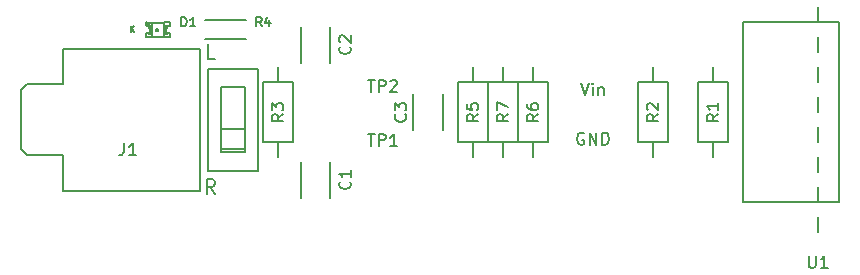
<source format=gto>
G04 #@! TF.FileFunction,Legend,Top*
%FSLAX46Y46*%
G04 Gerber Fmt 4.6, Leading zero omitted, Abs format (unit mm)*
G04 Created by KiCad (PCBNEW no-vcs-found-product) date Thu 23 Jul 2015 04:44:35 PM CDT*
%MOMM*%
G01*
G04 APERTURE LIST*
%ADD10C,0.127000*%
%ADD11C,0.150000*%
G04 APERTURE END LIST*
D10*
X136137952Y-106909810D02*
X136137952Y-106401810D01*
X136428238Y-106909810D02*
X136210524Y-106619524D01*
X136428238Y-106401810D02*
X136137952Y-106692095D01*
X143268096Y-109159524D02*
X142663334Y-109159524D01*
X142663334Y-107889524D01*
X143268095Y-120589524D02*
X142844762Y-119984762D01*
X142542381Y-120589524D02*
X142542381Y-119319524D01*
X143026190Y-119319524D01*
X143147143Y-119380000D01*
X143207619Y-119440476D01*
X143268095Y-119561429D01*
X143268095Y-119742857D01*
X143207619Y-119863810D01*
X143147143Y-119924286D01*
X143026190Y-119984762D01*
X142542381Y-119984762D01*
D11*
X150515000Y-120900000D02*
X150515000Y-117900000D01*
X153015000Y-117900000D02*
X153015000Y-120900000D01*
X150515000Y-109470000D02*
X150515000Y-106470000D01*
X153015000Y-106470000D02*
X153015000Y-109470000D01*
X162540000Y-112145000D02*
X162540000Y-115145000D01*
X160040000Y-115145000D02*
X160040000Y-112145000D01*
D10*
X127350000Y-111300000D02*
X126850000Y-111800000D01*
X126850000Y-111800000D02*
X126850000Y-116800000D01*
X126850000Y-116800000D02*
X127350000Y-117300000D01*
X133350000Y-120300000D02*
X141950000Y-120300000D01*
X141950000Y-120300000D02*
X141950000Y-108300000D01*
X141950000Y-108300000D02*
X133350000Y-108300000D01*
X133350000Y-120300000D02*
X130350000Y-120300000D01*
X130350000Y-120300000D02*
X130350000Y-117300000D01*
X130350000Y-117300000D02*
X127350000Y-117300000D01*
X133350000Y-108300000D02*
X130350000Y-108300000D01*
X130350000Y-108300000D02*
X130350000Y-111300000D01*
X130350000Y-111300000D02*
X127350000Y-111300000D01*
D11*
X184150000Y-116205000D02*
X184150000Y-111125000D01*
X184150000Y-111125000D02*
X186690000Y-111125000D01*
X186690000Y-111125000D02*
X186690000Y-116205000D01*
X186690000Y-116205000D02*
X184150000Y-116205000D01*
X185420000Y-116205000D02*
X185420000Y-117475000D01*
X185420000Y-111125000D02*
X185420000Y-109855000D01*
X181610000Y-111125000D02*
X181610000Y-116205000D01*
X181610000Y-116205000D02*
X179070000Y-116205000D01*
X179070000Y-116205000D02*
X179070000Y-111125000D01*
X179070000Y-111125000D02*
X181610000Y-111125000D01*
X180340000Y-111125000D02*
X180340000Y-109855000D01*
X180340000Y-116205000D02*
X180340000Y-117475000D01*
X149860000Y-111125000D02*
X149860000Y-116205000D01*
X149860000Y-116205000D02*
X147320000Y-116205000D01*
X147320000Y-116205000D02*
X147320000Y-111125000D01*
X147320000Y-111125000D02*
X149860000Y-111125000D01*
X148590000Y-111125000D02*
X148590000Y-109855000D01*
X148590000Y-116205000D02*
X148590000Y-117475000D01*
X163830000Y-116205000D02*
X163830000Y-111125000D01*
X163830000Y-111125000D02*
X166370000Y-111125000D01*
X166370000Y-111125000D02*
X166370000Y-116205000D01*
X166370000Y-116205000D02*
X163830000Y-116205000D01*
X165100000Y-116205000D02*
X165100000Y-117475000D01*
X165100000Y-111125000D02*
X165100000Y-109855000D01*
X168910000Y-116205000D02*
X168910000Y-111125000D01*
X168910000Y-111125000D02*
X171450000Y-111125000D01*
X171450000Y-111125000D02*
X171450000Y-116205000D01*
X171450000Y-116205000D02*
X168910000Y-116205000D01*
X170180000Y-116205000D02*
X170180000Y-117475000D01*
X170180000Y-111125000D02*
X170180000Y-109855000D01*
X168910000Y-111125000D02*
X168910000Y-116205000D01*
X168910000Y-116205000D02*
X166370000Y-116205000D01*
X166370000Y-116205000D02*
X166370000Y-111125000D01*
X166370000Y-111125000D02*
X168910000Y-111125000D01*
X167640000Y-111125000D02*
X167640000Y-109855000D01*
X167640000Y-116205000D02*
X167640000Y-117475000D01*
D10*
X145780000Y-116800000D02*
X143780000Y-116800000D01*
X145780000Y-115050000D02*
X143780000Y-115050000D01*
X145780000Y-111550000D02*
X145780000Y-117050000D01*
X145780000Y-117050000D02*
X143780000Y-117050000D01*
X143780000Y-117050000D02*
X143780000Y-111550000D01*
X143780000Y-111550000D02*
X145780000Y-111550000D01*
X146930000Y-110000000D02*
X146930000Y-118600000D01*
X146930000Y-118600000D02*
X142630000Y-118600000D01*
X142630000Y-118600000D02*
X142630000Y-110000000D01*
X142630000Y-110000000D02*
X146930000Y-110000000D01*
X187960000Y-106045000D02*
X196088000Y-106045000D01*
X196088000Y-106045000D02*
X196088000Y-121285000D01*
X196088000Y-121285000D02*
X187960000Y-121285000D01*
X187960000Y-121285000D02*
X187960000Y-106045000D01*
X194310000Y-122555000D02*
X194310000Y-123825000D01*
X194310000Y-120015000D02*
X194310000Y-121285000D01*
X194310000Y-117475000D02*
X194310000Y-118745000D01*
X194310000Y-114935000D02*
X194310000Y-116205000D01*
X194310000Y-112395000D02*
X194310000Y-113665000D01*
X194310000Y-109855000D02*
X194310000Y-111125000D01*
X194310000Y-107315000D02*
X194310000Y-108585000D01*
X194310000Y-104775000D02*
X194310000Y-106045000D01*
D11*
X137932160Y-106979720D02*
X137932160Y-107304840D01*
X137932160Y-107304840D02*
X137431780Y-107304840D01*
X137431780Y-106979720D02*
X137431780Y-107304840D01*
X137932160Y-106979720D02*
X137431780Y-106979720D01*
X137932160Y-106357420D02*
X137932160Y-106507280D01*
X137932160Y-106507280D02*
X137680700Y-106507280D01*
X137680700Y-106357420D02*
X137680700Y-106507280D01*
X137932160Y-106357420D02*
X137680700Y-106357420D01*
X137932160Y-106852720D02*
X137932160Y-107002580D01*
X137932160Y-107002580D02*
X137680700Y-107002580D01*
X137680700Y-106852720D02*
X137680700Y-107002580D01*
X137932160Y-106852720D02*
X137680700Y-106852720D01*
X137932160Y-106481880D02*
X137932160Y-106878120D01*
X137932160Y-106878120D02*
X137756900Y-106878120D01*
X137756900Y-106481880D02*
X137756900Y-106878120D01*
X137932160Y-106481880D02*
X137756900Y-106481880D01*
X139428220Y-106979720D02*
X139428220Y-107304840D01*
X139428220Y-107304840D02*
X138927840Y-107304840D01*
X138927840Y-106979720D02*
X138927840Y-107304840D01*
X139428220Y-106979720D02*
X138927840Y-106979720D01*
X139428220Y-106055160D02*
X139428220Y-106380280D01*
X139428220Y-106380280D02*
X138927840Y-106380280D01*
X138927840Y-106055160D02*
X138927840Y-106380280D01*
X139428220Y-106055160D02*
X138927840Y-106055160D01*
X139179300Y-106852720D02*
X139179300Y-107002580D01*
X139179300Y-107002580D02*
X138927840Y-107002580D01*
X138927840Y-106852720D02*
X138927840Y-107002580D01*
X139179300Y-106852720D02*
X138927840Y-106852720D01*
X139179300Y-106357420D02*
X139179300Y-106507280D01*
X139179300Y-106507280D02*
X138927840Y-106507280D01*
X138927840Y-106357420D02*
X138927840Y-106507280D01*
X139179300Y-106357420D02*
X138927840Y-106357420D01*
X139103100Y-106481880D02*
X139103100Y-106878120D01*
X139103100Y-106878120D02*
X138927840Y-106878120D01*
X138927840Y-106481880D02*
X138927840Y-106878120D01*
X139103100Y-106481880D02*
X138927840Y-106481880D01*
X138430000Y-106580940D02*
X138430000Y-106779060D01*
X138430000Y-106779060D02*
X138231880Y-106779060D01*
X138231880Y-106580940D02*
X138231880Y-106779060D01*
X138430000Y-106580940D02*
X138231880Y-106580940D01*
X137932160Y-106080560D02*
X137932160Y-106380280D01*
X137932160Y-106380280D02*
X137632440Y-106380280D01*
X137632440Y-106080560D02*
X137632440Y-106380280D01*
X137932160Y-106080560D02*
X137632440Y-106080560D01*
X137505440Y-106055160D02*
X137505440Y-106281220D01*
X137505440Y-106281220D02*
X137431780Y-106281220D01*
X137431780Y-106055160D02*
X137431780Y-106281220D01*
X137505440Y-106055160D02*
X137431780Y-106055160D01*
X137906760Y-107254040D02*
X138953240Y-107254040D01*
X138927840Y-106105960D02*
X137505440Y-106105960D01*
X137653482Y-106230420D02*
G75*
G03X137653482Y-106230420I-71842J0D01*
G01*
X137431780Y-106332020D02*
G75*
G02X137431780Y-107027980I0J-347980D01*
G01*
X139428220Y-107027980D02*
G75*
G02X139428220Y-106332020I0J347980D01*
G01*
X142445000Y-107480000D02*
X145845000Y-107480000D01*
X142445000Y-105880000D02*
X145845000Y-105880000D01*
X154662143Y-119546666D02*
X154709762Y-119594285D01*
X154757381Y-119737142D01*
X154757381Y-119832380D01*
X154709762Y-119975238D01*
X154614524Y-120070476D01*
X154519286Y-120118095D01*
X154328810Y-120165714D01*
X154185952Y-120165714D01*
X153995476Y-120118095D01*
X153900238Y-120070476D01*
X153805000Y-119975238D01*
X153757381Y-119832380D01*
X153757381Y-119737142D01*
X153805000Y-119594285D01*
X153852619Y-119546666D01*
X154757381Y-118594285D02*
X154757381Y-119165714D01*
X154757381Y-118880000D02*
X153757381Y-118880000D01*
X153900238Y-118975238D01*
X153995476Y-119070476D01*
X154043095Y-119165714D01*
X154662143Y-108116666D02*
X154709762Y-108164285D01*
X154757381Y-108307142D01*
X154757381Y-108402380D01*
X154709762Y-108545238D01*
X154614524Y-108640476D01*
X154519286Y-108688095D01*
X154328810Y-108735714D01*
X154185952Y-108735714D01*
X153995476Y-108688095D01*
X153900238Y-108640476D01*
X153805000Y-108545238D01*
X153757381Y-108402380D01*
X153757381Y-108307142D01*
X153805000Y-108164285D01*
X153852619Y-108116666D01*
X153852619Y-107735714D02*
X153805000Y-107688095D01*
X153757381Y-107592857D01*
X153757381Y-107354761D01*
X153805000Y-107259523D01*
X153852619Y-107211904D01*
X153947857Y-107164285D01*
X154043095Y-107164285D01*
X154185952Y-107211904D01*
X154757381Y-107783333D01*
X154757381Y-107164285D01*
X159361143Y-113831666D02*
X159408762Y-113879285D01*
X159456381Y-114022142D01*
X159456381Y-114117380D01*
X159408762Y-114260238D01*
X159313524Y-114355476D01*
X159218286Y-114403095D01*
X159027810Y-114450714D01*
X158884952Y-114450714D01*
X158694476Y-114403095D01*
X158599238Y-114355476D01*
X158504000Y-114260238D01*
X158456381Y-114117380D01*
X158456381Y-114022142D01*
X158504000Y-113879285D01*
X158551619Y-113831666D01*
X158456381Y-113498333D02*
X158456381Y-112879285D01*
X158837333Y-113212619D01*
X158837333Y-113069761D01*
X158884952Y-112974523D01*
X158932571Y-112926904D01*
X159027810Y-112879285D01*
X159265905Y-112879285D01*
X159361143Y-112926904D01*
X159408762Y-112974523D01*
X159456381Y-113069761D01*
X159456381Y-113355476D01*
X159408762Y-113450714D01*
X159361143Y-113498333D01*
D10*
X135551333Y-116283619D02*
X135551333Y-117009333D01*
X135502953Y-117154476D01*
X135406191Y-117251238D01*
X135261048Y-117299619D01*
X135164286Y-117299619D01*
X136567333Y-117299619D02*
X135986762Y-117299619D01*
X136277048Y-117299619D02*
X136277048Y-116283619D01*
X136180286Y-116428762D01*
X136083524Y-116525524D01*
X135986762Y-116573905D01*
X174485905Y-115443000D02*
X174389143Y-115394619D01*
X174244000Y-115394619D01*
X174098858Y-115443000D01*
X174002096Y-115539762D01*
X173953715Y-115636524D01*
X173905334Y-115830048D01*
X173905334Y-115975190D01*
X173953715Y-116168714D01*
X174002096Y-116265476D01*
X174098858Y-116362238D01*
X174244000Y-116410619D01*
X174340762Y-116410619D01*
X174485905Y-116362238D01*
X174534286Y-116313857D01*
X174534286Y-115975190D01*
X174340762Y-115975190D01*
X174969715Y-116410619D02*
X174969715Y-115394619D01*
X175550286Y-116410619D01*
X175550286Y-115394619D01*
X176034096Y-116410619D02*
X176034096Y-115394619D01*
X176276001Y-115394619D01*
X176421143Y-115443000D01*
X176517905Y-115539762D01*
X176566286Y-115636524D01*
X176614667Y-115830048D01*
X176614667Y-115975190D01*
X176566286Y-116168714D01*
X176517905Y-116265476D01*
X176421143Y-116362238D01*
X176276001Y-116410619D01*
X176034096Y-116410619D01*
X174219810Y-111203619D02*
X174558477Y-112219619D01*
X174897143Y-111203619D01*
X175235810Y-112219619D02*
X175235810Y-111542286D01*
X175235810Y-111203619D02*
X175187429Y-111252000D01*
X175235810Y-111300381D01*
X175284191Y-111252000D01*
X175235810Y-111203619D01*
X175235810Y-111300381D01*
X175719620Y-111542286D02*
X175719620Y-112219619D01*
X175719620Y-111639048D02*
X175768001Y-111590667D01*
X175864763Y-111542286D01*
X176009905Y-111542286D01*
X176106667Y-111590667D01*
X176155048Y-111687429D01*
X176155048Y-112219619D01*
D11*
X185872381Y-113831666D02*
X185396190Y-114165000D01*
X185872381Y-114403095D02*
X184872381Y-114403095D01*
X184872381Y-114022142D01*
X184920000Y-113926904D01*
X184967619Y-113879285D01*
X185062857Y-113831666D01*
X185205714Y-113831666D01*
X185300952Y-113879285D01*
X185348571Y-113926904D01*
X185396190Y-114022142D01*
X185396190Y-114403095D01*
X185872381Y-112879285D02*
X185872381Y-113450714D01*
X185872381Y-113165000D02*
X184872381Y-113165000D01*
X185015238Y-113260238D01*
X185110476Y-113355476D01*
X185158095Y-113450714D01*
X180792381Y-113831666D02*
X180316190Y-114165000D01*
X180792381Y-114403095D02*
X179792381Y-114403095D01*
X179792381Y-114022142D01*
X179840000Y-113926904D01*
X179887619Y-113879285D01*
X179982857Y-113831666D01*
X180125714Y-113831666D01*
X180220952Y-113879285D01*
X180268571Y-113926904D01*
X180316190Y-114022142D01*
X180316190Y-114403095D01*
X179887619Y-113450714D02*
X179840000Y-113403095D01*
X179792381Y-113307857D01*
X179792381Y-113069761D01*
X179840000Y-112974523D01*
X179887619Y-112926904D01*
X179982857Y-112879285D01*
X180078095Y-112879285D01*
X180220952Y-112926904D01*
X180792381Y-113498333D01*
X180792381Y-112879285D01*
X149042381Y-113831666D02*
X148566190Y-114165000D01*
X149042381Y-114403095D02*
X148042381Y-114403095D01*
X148042381Y-114022142D01*
X148090000Y-113926904D01*
X148137619Y-113879285D01*
X148232857Y-113831666D01*
X148375714Y-113831666D01*
X148470952Y-113879285D01*
X148518571Y-113926904D01*
X148566190Y-114022142D01*
X148566190Y-114403095D01*
X148042381Y-113498333D02*
X148042381Y-112879285D01*
X148423333Y-113212619D01*
X148423333Y-113069761D01*
X148470952Y-112974523D01*
X148518571Y-112926904D01*
X148613810Y-112879285D01*
X148851905Y-112879285D01*
X148947143Y-112926904D01*
X148994762Y-112974523D01*
X149042381Y-113069761D01*
X149042381Y-113355476D01*
X148994762Y-113450714D01*
X148947143Y-113498333D01*
X165552381Y-113831666D02*
X165076190Y-114165000D01*
X165552381Y-114403095D02*
X164552381Y-114403095D01*
X164552381Y-114022142D01*
X164600000Y-113926904D01*
X164647619Y-113879285D01*
X164742857Y-113831666D01*
X164885714Y-113831666D01*
X164980952Y-113879285D01*
X165028571Y-113926904D01*
X165076190Y-114022142D01*
X165076190Y-114403095D01*
X164552381Y-112926904D02*
X164552381Y-113403095D01*
X165028571Y-113450714D01*
X164980952Y-113403095D01*
X164933333Y-113307857D01*
X164933333Y-113069761D01*
X164980952Y-112974523D01*
X165028571Y-112926904D01*
X165123810Y-112879285D01*
X165361905Y-112879285D01*
X165457143Y-112926904D01*
X165504762Y-112974523D01*
X165552381Y-113069761D01*
X165552381Y-113307857D01*
X165504762Y-113403095D01*
X165457143Y-113450714D01*
X170632381Y-113831666D02*
X170156190Y-114165000D01*
X170632381Y-114403095D02*
X169632381Y-114403095D01*
X169632381Y-114022142D01*
X169680000Y-113926904D01*
X169727619Y-113879285D01*
X169822857Y-113831666D01*
X169965714Y-113831666D01*
X170060952Y-113879285D01*
X170108571Y-113926904D01*
X170156190Y-114022142D01*
X170156190Y-114403095D01*
X169632381Y-112974523D02*
X169632381Y-113165000D01*
X169680000Y-113260238D01*
X169727619Y-113307857D01*
X169870476Y-113403095D01*
X170060952Y-113450714D01*
X170441905Y-113450714D01*
X170537143Y-113403095D01*
X170584762Y-113355476D01*
X170632381Y-113260238D01*
X170632381Y-113069761D01*
X170584762Y-112974523D01*
X170537143Y-112926904D01*
X170441905Y-112879285D01*
X170203810Y-112879285D01*
X170108571Y-112926904D01*
X170060952Y-112974523D01*
X170013333Y-113069761D01*
X170013333Y-113260238D01*
X170060952Y-113355476D01*
X170108571Y-113403095D01*
X170203810Y-113450714D01*
X168092381Y-113831666D02*
X167616190Y-114165000D01*
X168092381Y-114403095D02*
X167092381Y-114403095D01*
X167092381Y-114022142D01*
X167140000Y-113926904D01*
X167187619Y-113879285D01*
X167282857Y-113831666D01*
X167425714Y-113831666D01*
X167520952Y-113879285D01*
X167568571Y-113926904D01*
X167616190Y-114022142D01*
X167616190Y-114403095D01*
X167092381Y-113498333D02*
X167092381Y-112831666D01*
X168092381Y-113260238D01*
D10*
X193535905Y-125808619D02*
X193535905Y-126631095D01*
X193584286Y-126727857D01*
X193632667Y-126776238D01*
X193729429Y-126824619D01*
X193922952Y-126824619D01*
X194019714Y-126776238D01*
X194068095Y-126727857D01*
X194116476Y-126631095D01*
X194116476Y-125808619D01*
X195132476Y-126824619D02*
X194551905Y-126824619D01*
X194842191Y-126824619D02*
X194842191Y-125808619D01*
X194745429Y-125953762D01*
X194648667Y-126050524D01*
X194551905Y-126098905D01*
X140407572Y-106389714D02*
X140407572Y-105627714D01*
X140589000Y-105627714D01*
X140697857Y-105664000D01*
X140770429Y-105736571D01*
X140806714Y-105809143D01*
X140843000Y-105954286D01*
X140843000Y-106063143D01*
X140806714Y-106208286D01*
X140770429Y-106280857D01*
X140697857Y-106353429D01*
X140589000Y-106389714D01*
X140407572Y-106389714D01*
X141568714Y-106389714D02*
X141133286Y-106389714D01*
X141351000Y-106389714D02*
X141351000Y-105627714D01*
X141278429Y-105736571D01*
X141205857Y-105809143D01*
X141133286Y-105845429D01*
X147193000Y-106389714D02*
X146939000Y-106026857D01*
X146757572Y-106389714D02*
X146757572Y-105627714D01*
X147047857Y-105627714D01*
X147120429Y-105664000D01*
X147156714Y-105700286D01*
X147193000Y-105772857D01*
X147193000Y-105881714D01*
X147156714Y-105954286D01*
X147120429Y-105990571D01*
X147047857Y-106026857D01*
X146757572Y-106026857D01*
X147846143Y-105881714D02*
X147846143Y-106389714D01*
X147664714Y-105591429D02*
X147483286Y-106135714D01*
X147955000Y-106135714D01*
X156197905Y-115521619D02*
X156778476Y-115521619D01*
X156488191Y-116537619D02*
X156488191Y-115521619D01*
X157117143Y-116537619D02*
X157117143Y-115521619D01*
X157504190Y-115521619D01*
X157600952Y-115570000D01*
X157649333Y-115618381D01*
X157697714Y-115715143D01*
X157697714Y-115860286D01*
X157649333Y-115957048D01*
X157600952Y-116005429D01*
X157504190Y-116053810D01*
X157117143Y-116053810D01*
X158665333Y-116537619D02*
X158084762Y-116537619D01*
X158375048Y-116537619D02*
X158375048Y-115521619D01*
X158278286Y-115666762D01*
X158181524Y-115763524D01*
X158084762Y-115811905D01*
X156197905Y-110949619D02*
X156778476Y-110949619D01*
X156488191Y-111965619D02*
X156488191Y-110949619D01*
X157117143Y-111965619D02*
X157117143Y-110949619D01*
X157504190Y-110949619D01*
X157600952Y-110998000D01*
X157649333Y-111046381D01*
X157697714Y-111143143D01*
X157697714Y-111288286D01*
X157649333Y-111385048D01*
X157600952Y-111433429D01*
X157504190Y-111481810D01*
X157117143Y-111481810D01*
X158084762Y-111046381D02*
X158133143Y-110998000D01*
X158229905Y-110949619D01*
X158471809Y-110949619D01*
X158568571Y-110998000D01*
X158616952Y-111046381D01*
X158665333Y-111143143D01*
X158665333Y-111239905D01*
X158616952Y-111385048D01*
X158036381Y-111965619D01*
X158665333Y-111965619D01*
M02*

</source>
